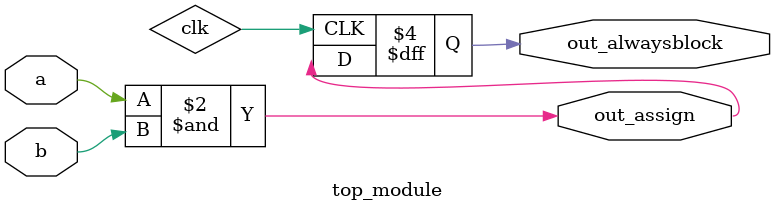
<source format=v>
module top_module (
  input wire a,
  input wire b,
  output wire out_assign,
  output reg out_alwaysblock
);

  always @(a or b) begin
    out_assign = a & b;
  end

  always @(posedge clk) begin
    out_alwaysblock <= out_assign;
  end

endmodule
</source>
